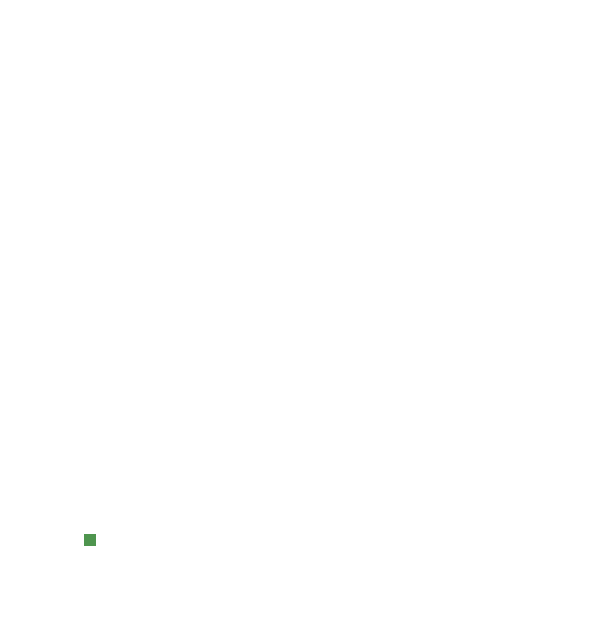
<source format=gbr>
G75*
%MOMM*%
%OFA0B0*%
%FSLAX46Y46*%
%IPPOS*%
%LPD*%
%AMOC8*
5,1,8,0,0,1.08239X$1,22.5*
G04 APERTURE LIST*
%ADD10C,0.406400*%
%ADD11C,1.270000*%
%ADD12R,1.006400X1.006400*%
G04 APERTURE END LIST*
D10*
X000000000Y000000000D02*
X000000000Y050800000D01*
X049530000Y050800000D01*
X049530000Y000000000D01*
X000000000Y000000000D01*
D11*
X006350000Y006350000D02*
X043180000Y006350000D01*
D12*
X006350000Y006350000D03*
M02*

</source>
